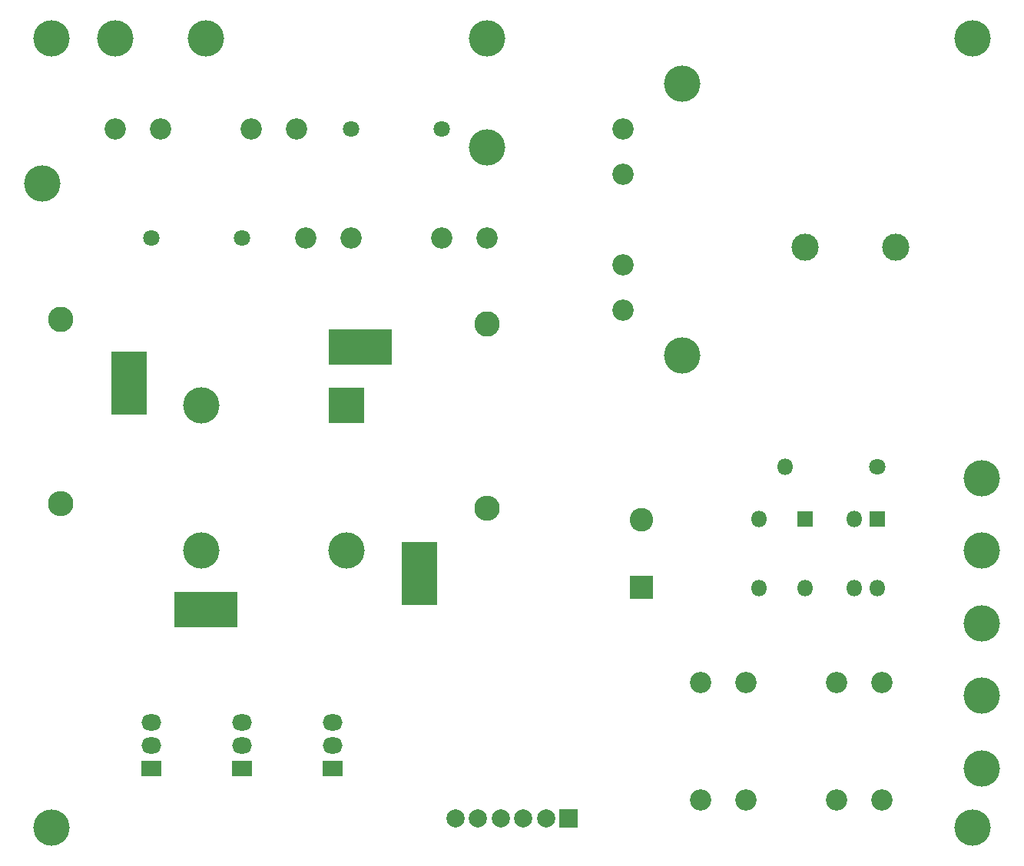
<source format=gbs>
%TF.GenerationSoftware,KiCad,Pcbnew,(5.1.7)-1*%
%TF.CreationDate,2022-01-04T16:30:19+01:00*%
%TF.ProjectId,cr-17xx-psu-board,63722d31-3778-4782-9d70-73752d626f61,rev?*%
%TF.SameCoordinates,Original*%
%TF.FileFunction,Soldermask,Bot*%
%TF.FilePolarity,Negative*%
%FSLAX46Y46*%
G04 Gerber Fmt 4.6, Leading zero omitted, Abs format (unit mm)*
G04 Created by KiCad (PCBNEW (5.1.7)-1) date 2022-01-04 16:30:19*
%MOMM*%
%LPD*%
G01*
G04 APERTURE LIST*
%ADD10R,2.600000X2.600000*%
%ADD11C,2.600000*%
%ADD12C,4.000000*%
%ADD13R,4.000000X7.000000*%
%ADD14R,7.000000X4.000000*%
%ADD15R,4.000000X4.000000*%
%ADD16O,1.800000X1.800000*%
%ADD17R,1.800000X1.800000*%
%ADD18R,2.200000X1.800000*%
%ADD19O,2.200000X1.800000*%
%ADD20C,1.800000*%
%ADD21C,2.350000*%
%ADD22C,2.800000*%
%ADD23O,2.800000X2.800000*%
%ADD24C,4.000500*%
%ADD25R,2.000000X2.000000*%
%ADD26C,2.000000*%
%ADD27C,3.000000*%
G04 APERTURE END LIST*
D10*
X90000000Y-84560000D03*
D11*
X90000000Y-77060000D03*
D12*
X126500000Y-24000000D03*
X25000000Y-24000000D03*
X25000000Y-111000000D03*
X126500000Y-111000000D03*
D13*
X65500000Y-83000000D03*
D14*
X59000000Y-58000000D03*
D13*
X33500000Y-62000000D03*
D14*
X42000000Y-87000000D03*
D12*
X41500000Y-80500000D03*
X57500000Y-80500000D03*
D15*
X57500000Y-64500000D03*
D12*
X41500000Y-64500000D03*
D16*
X108000000Y-84620000D03*
X102920000Y-77000000D03*
X102920000Y-84620000D03*
D17*
X108000000Y-77000000D03*
D18*
X56000000Y-104540000D03*
D19*
X56000000Y-102000000D03*
X56000000Y-99460000D03*
D17*
X116000000Y-77000000D03*
D16*
X113460000Y-84620000D03*
X113460000Y-77000000D03*
X116000000Y-84620000D03*
D20*
X116000000Y-71250000D03*
D16*
X105840000Y-71250000D03*
D18*
X46000000Y-104540000D03*
D19*
X46000000Y-102000000D03*
X46000000Y-99460000D03*
D18*
X36000000Y-104540000D03*
D19*
X36000000Y-102000000D03*
X36000000Y-99460000D03*
D21*
X68000000Y-46000000D03*
X73000000Y-46000000D03*
X58000000Y-46000000D03*
X53000000Y-46000000D03*
X37000000Y-34000000D03*
X32000000Y-34000000D03*
X47000000Y-34000000D03*
X52000000Y-34000000D03*
D22*
X26000000Y-55000000D03*
D23*
X26000000Y-75320000D03*
D22*
X73000000Y-55500000D03*
D23*
X73000000Y-75820000D03*
D20*
X46000000Y-46000000D03*
X36000000Y-46000000D03*
X58000000Y-34000000D03*
X68000000Y-34000000D03*
D24*
X24000000Y-40000000D03*
X73000000Y-36000000D03*
X32000000Y-24000000D03*
X73000000Y-24000000D03*
D21*
X88000000Y-39000000D03*
X88000000Y-34000000D03*
X88000000Y-49000000D03*
X88000000Y-54000000D03*
D25*
X82000000Y-110000000D03*
D26*
X79500000Y-110000000D03*
X77000000Y-110000000D03*
X74500000Y-110000000D03*
X72000000Y-110000000D03*
X69500000Y-110000000D03*
D21*
X111500000Y-108000000D03*
X116500000Y-108000000D03*
X101500000Y-108000000D03*
X96500000Y-108000000D03*
X111500000Y-95000000D03*
X116500000Y-95000000D03*
X101500000Y-95000000D03*
X96500000Y-95000000D03*
D24*
X42000000Y-24000000D03*
X94500000Y-59000000D03*
X94500000Y-29000000D03*
X127500000Y-104500000D03*
X127500000Y-96500000D03*
X127500000Y-88500000D03*
X127500000Y-80500000D03*
X127500000Y-72500000D03*
D27*
X118000000Y-47000000D03*
X108000000Y-47000000D03*
M02*

</source>
